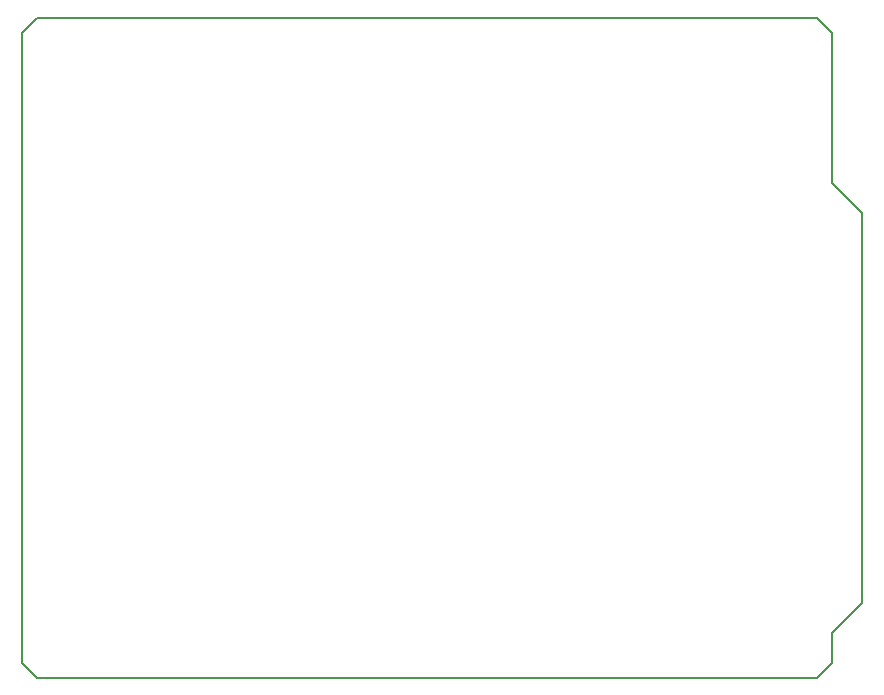
<source format=gbr>
G04 #@! TF.FileFunction,Profile,NP*
%FSLAX46Y46*%
G04 Gerber Fmt 4.6, Leading zero omitted, Abs format (unit mm)*
G04 Created by KiCad (PCBNEW 4.0.6) date 01/15/18 08:07:31*
%MOMM*%
%LPD*%
G01*
G04 APERTURE LIST*
%ADD10C,0.100000*%
%ADD11C,0.150000*%
G04 APERTURE END LIST*
D10*
D11*
X152654000Y-65786000D02*
X151384000Y-64516000D01*
X152654000Y-78486000D02*
X152654000Y-65786000D01*
X155194000Y-81026000D02*
X152654000Y-78486000D01*
X155194000Y-114046000D02*
X155194000Y-81026000D01*
X152654000Y-116586000D02*
X155194000Y-114046000D01*
X152654000Y-119126000D02*
X152654000Y-116586000D01*
X151384000Y-120396000D02*
X152654000Y-119126000D01*
X85344000Y-120396000D02*
X151384000Y-120396000D01*
X84074000Y-119126000D02*
X85344000Y-120396000D01*
X84074000Y-65786000D02*
X84074000Y-119126000D01*
X85344000Y-64516000D02*
X84074000Y-65786000D01*
X151384000Y-64516000D02*
X85344000Y-64516000D01*
M02*

</source>
